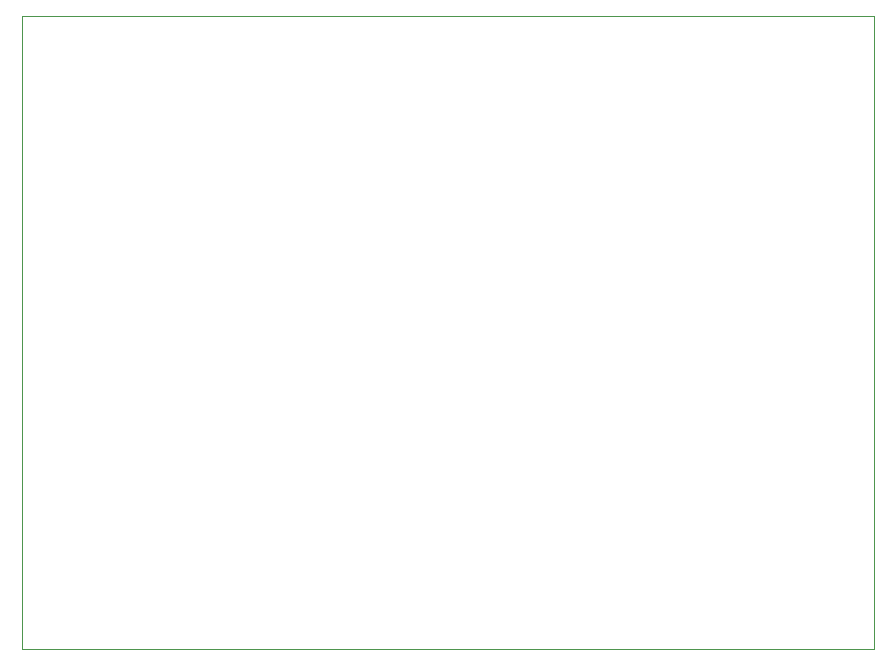
<source format=gbr>
%TF.GenerationSoftware,KiCad,Pcbnew,(5.1.10)-1*%
%TF.CreationDate,2021-05-16T00:39:39-03:00*%
%TF.ProjectId,low_cost_robotics,6c6f775f-636f-4737-945f-726f626f7469,rev?*%
%TF.SameCoordinates,Original*%
%TF.FileFunction,Profile,NP*%
%FSLAX46Y46*%
G04 Gerber Fmt 4.6, Leading zero omitted, Abs format (unit mm)*
G04 Created by KiCad (PCBNEW (5.1.10)-1) date 2021-05-16 00:39:39*
%MOMM*%
%LPD*%
G01*
G04 APERTURE LIST*
%TA.AperFunction,Profile*%
%ADD10C,0.050000*%
%TD*%
G04 APERTURE END LIST*
D10*
X18600000Y-80000000D02*
X90800000Y-80000000D01*
X18600000Y-26400000D02*
X90800000Y-26400000D01*
X18600000Y-80000000D02*
X18600000Y-26400000D01*
X90800000Y-26400000D02*
X90800000Y-80000000D01*
M02*

</source>
